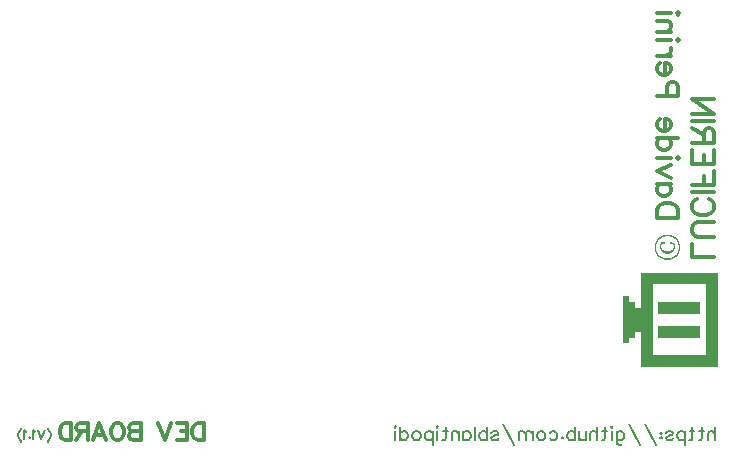
<source format=gbo>
G04 Layer: BottomSilkscreenLayer*
G04 EasyEDA v6.5.9, 2022-07-22 15:44:18*
G04 5ff184f8cbf64bab9cd3d91aa24c5a25,4245c91a3b6e4cf7aa995480f5c7e4a3,10*
G04 Gerber Generator version 0.2*
G04 Scale: 100 percent, Rotated: No, Reflected: No *
G04 Dimensions in millimeters *
G04 leading zeros omitted , absolute positions ,4 integer and 5 decimal *
%FSLAX45Y45*%
%MOMM*%

%ADD10C,0.3500*%
%ADD11C,0.2032*%
%ADD12C,0.1540*%
%ADD13C,0.3000*%

%LPD*%
G36*
X5364581Y12514478D02*
G01*
X5364581Y12414504D01*
X5914593Y12414504D01*
X5914593Y11814505D01*
X5464606Y11814505D01*
X5464606Y12414504D01*
X5364581Y12414504D01*
X5364581Y12214504D01*
X5314594Y12214504D01*
X5314594Y12264491D01*
X5264607Y12264491D01*
X5264607Y12314478D01*
X5214620Y12314478D01*
X5214620Y11914479D01*
X5264607Y11914479D01*
X5264607Y11964466D01*
X5314594Y11964466D01*
X5314594Y12014454D01*
X5364581Y12014454D01*
X5364581Y11714480D01*
X6014618Y11714480D01*
X6014618Y12514478D01*
G37*
G36*
X5514594Y12264491D02*
G01*
X5514594Y12164466D01*
X5864606Y12164466D01*
X5864606Y12264491D01*
G37*
G36*
X5514594Y12064492D02*
G01*
X5514594Y11964466D01*
X5864606Y11964466D01*
X5864606Y12064492D01*
G37*
G36*
X5590997Y12835940D02*
G01*
X5583936Y12835737D01*
X5577078Y12835229D01*
X5570423Y12834366D01*
X5563971Y12833146D01*
X5557774Y12831622D01*
X5551779Y12829743D01*
X5545988Y12827609D01*
X5540451Y12825171D01*
X5535168Y12822428D01*
X5530088Y12819430D01*
X5525262Y12816128D01*
X5520639Y12812623D01*
X5516321Y12808864D01*
X5512206Y12804851D01*
X5508345Y12800634D01*
X5504789Y12796164D01*
X5501487Y12791541D01*
X5498439Y12786715D01*
X5495645Y12781686D01*
X5493156Y12776454D01*
X5490921Y12771120D01*
X5488990Y12765582D01*
X5487365Y12759944D01*
X5485993Y12754102D01*
X5484926Y12748209D01*
X5484164Y12742164D01*
X5483707Y12736017D01*
X5483555Y12729768D01*
X5494477Y12729768D01*
X5494578Y12735306D01*
X5495036Y12740741D01*
X5495747Y12746075D01*
X5496712Y12751257D01*
X5497931Y12756388D01*
X5499455Y12761366D01*
X5501233Y12766192D01*
X5505500Y12775387D01*
X5510784Y12783972D01*
X5513832Y12788036D01*
X5517032Y12791846D01*
X5520537Y12795504D01*
X5524246Y12798958D01*
X5528157Y12802209D01*
X5532272Y12805257D01*
X5536641Y12808051D01*
X5541213Y12810642D01*
X5545937Y12812979D01*
X5550916Y12815112D01*
X5556097Y12816941D01*
X5561431Y12818516D01*
X5567019Y12819837D01*
X5572709Y12820853D01*
X5578652Y12821615D01*
X5584698Y12822072D01*
X5590997Y12822224D01*
X5597194Y12822072D01*
X5603240Y12821615D01*
X5609132Y12820853D01*
X5614822Y12819837D01*
X5620359Y12818516D01*
X5625693Y12816941D01*
X5630824Y12815112D01*
X5635752Y12812979D01*
X5640476Y12810642D01*
X5644997Y12808051D01*
X5649315Y12805257D01*
X5653430Y12802209D01*
X5657291Y12798958D01*
X5660948Y12795504D01*
X5664403Y12791846D01*
X5667603Y12788036D01*
X5670600Y12783972D01*
X5675833Y12775387D01*
X5678068Y12770866D01*
X5681827Y12761366D01*
X5683300Y12756388D01*
X5684520Y12751257D01*
X5685485Y12746075D01*
X5686196Y12740741D01*
X5686602Y12735306D01*
X5686755Y12729768D01*
X5686602Y12724180D01*
X5686196Y12718745D01*
X5684570Y12708128D01*
X5683351Y12703048D01*
X5681878Y12698069D01*
X5680151Y12693192D01*
X5678170Y12688519D01*
X5675934Y12683947D01*
X5673445Y12679578D01*
X5667756Y12671298D01*
X5664555Y12667437D01*
X5661152Y12663779D01*
X5657494Y12660325D01*
X5653633Y12657074D01*
X5649518Y12654026D01*
X5645200Y12651232D01*
X5640679Y12648641D01*
X5635955Y12646304D01*
X5631027Y12644170D01*
X5625896Y12642342D01*
X5620512Y12640767D01*
X5614974Y12639446D01*
X5609285Y12638430D01*
X5603341Y12637668D01*
X5597245Y12637211D01*
X5590997Y12637058D01*
X5584647Y12637211D01*
X5578500Y12637668D01*
X5572556Y12638430D01*
X5566765Y12639446D01*
X5561177Y12640767D01*
X5555792Y12642342D01*
X5550611Y12644170D01*
X5545632Y12646304D01*
X5540857Y12648641D01*
X5536285Y12651232D01*
X5531967Y12654026D01*
X5527802Y12657074D01*
X5520232Y12663779D01*
X5516778Y12667437D01*
X5513578Y12671298D01*
X5510580Y12675362D01*
X5507837Y12679578D01*
X5505348Y12683947D01*
X5503113Y12688519D01*
X5501132Y12693192D01*
X5499354Y12698069D01*
X5497880Y12703048D01*
X5496661Y12708128D01*
X5495696Y12713411D01*
X5494578Y12724180D01*
X5494477Y12729768D01*
X5483555Y12729768D01*
X5483707Y12723520D01*
X5484164Y12717322D01*
X5484926Y12711277D01*
X5485993Y12705334D01*
X5487365Y12699492D01*
X5488990Y12693802D01*
X5490921Y12688265D01*
X5493156Y12682880D01*
X5495645Y12677698D01*
X5498439Y12672618D01*
X5501487Y12667792D01*
X5504789Y12663119D01*
X5508345Y12658699D01*
X5512206Y12654432D01*
X5516321Y12650419D01*
X5520639Y12646660D01*
X5525262Y12643154D01*
X5530088Y12639852D01*
X5535168Y12636855D01*
X5540451Y12634112D01*
X5545988Y12631674D01*
X5551779Y12629540D01*
X5557774Y12627660D01*
X5563971Y12626136D01*
X5570423Y12624917D01*
X5577078Y12624054D01*
X5583936Y12623495D01*
X5590997Y12623342D01*
X5598007Y12623495D01*
X5604814Y12624054D01*
X5611418Y12624917D01*
X5617819Y12626136D01*
X5624017Y12627660D01*
X5629960Y12629540D01*
X5635701Y12631674D01*
X5641187Y12634112D01*
X5646470Y12636855D01*
X5651449Y12639852D01*
X5656275Y12643154D01*
X5660796Y12646660D01*
X5665114Y12650419D01*
X5669127Y12654432D01*
X5672937Y12658699D01*
X5676493Y12663119D01*
X5679744Y12667792D01*
X5682742Y12672618D01*
X5685485Y12677698D01*
X5687923Y12682880D01*
X5690158Y12688265D01*
X5692038Y12693802D01*
X5693664Y12699492D01*
X5694984Y12705334D01*
X5696051Y12711277D01*
X5696813Y12717322D01*
X5697270Y12723520D01*
X5697423Y12729768D01*
X5697270Y12736017D01*
X5696813Y12742164D01*
X5696051Y12748209D01*
X5694984Y12754102D01*
X5693664Y12759944D01*
X5692038Y12765582D01*
X5690158Y12771120D01*
X5685485Y12781686D01*
X5682742Y12786715D01*
X5679744Y12791541D01*
X5676493Y12796164D01*
X5672937Y12800634D01*
X5669127Y12804851D01*
X5665114Y12808864D01*
X5660796Y12812623D01*
X5656275Y12816128D01*
X5651449Y12819430D01*
X5646470Y12822428D01*
X5641187Y12825171D01*
X5635701Y12827609D01*
X5629960Y12829743D01*
X5624017Y12831622D01*
X5617819Y12833146D01*
X5611418Y12834366D01*
X5604814Y12835229D01*
X5598007Y12835737D01*
G37*
G36*
X5566613Y12771678D02*
G01*
X5537149Y12770916D01*
X5533339Y12762382D01*
X5530748Y12753492D01*
X5529224Y12744246D01*
X5528767Y12734594D01*
X5529021Y12728041D01*
X5529935Y12721793D01*
X5531358Y12715849D01*
X5533288Y12710210D01*
X5535777Y12704927D01*
X5538724Y12700000D01*
X5542178Y12695428D01*
X5546039Y12691262D01*
X5550357Y12687554D01*
X5555081Y12684252D01*
X5560212Y12681407D01*
X5565698Y12679019D01*
X5571540Y12677140D01*
X5577738Y12675768D01*
X5584190Y12674904D01*
X5590997Y12674650D01*
X5597702Y12674955D01*
X5604154Y12675819D01*
X5610352Y12677241D01*
X5616194Y12679172D01*
X5621731Y12681661D01*
X5626912Y12684556D01*
X5631688Y12687960D01*
X5636056Y12691770D01*
X5640019Y12695986D01*
X5643524Y12700558D01*
X5646521Y12705486D01*
X5649061Y12710769D01*
X5651042Y12716306D01*
X5652516Y12722148D01*
X5653430Y12728244D01*
X5653735Y12734594D01*
X5653278Y12744145D01*
X5651855Y12752730D01*
X5649214Y12760858D01*
X5645099Y12769138D01*
X5615635Y12769900D01*
X5615635Y12757962D01*
X5640273Y12753390D01*
X5641695Y12749225D01*
X5642660Y12745110D01*
X5643168Y12741148D01*
X5643321Y12737388D01*
X5642914Y12731648D01*
X5641797Y12726212D01*
X5639968Y12721031D01*
X5637377Y12716256D01*
X5634024Y12711887D01*
X5630011Y12707924D01*
X5625236Y12704470D01*
X5619800Y12701524D01*
X5613603Y12699187D01*
X5606745Y12697409D01*
X5599226Y12696342D01*
X5590997Y12695986D01*
X5582970Y12696342D01*
X5575604Y12697358D01*
X5568899Y12698984D01*
X5562803Y12701219D01*
X5557418Y12704064D01*
X5552744Y12707416D01*
X5548680Y12711277D01*
X5545378Y12715646D01*
X5542788Y12720421D01*
X5540908Y12725603D01*
X5539790Y12731191D01*
X5539435Y12737134D01*
X5539587Y12740944D01*
X5540095Y12745364D01*
X5541111Y12750088D01*
X5542737Y12754914D01*
X5566613Y12759486D01*
G37*
D10*
X5987938Y12644120D02*
G01*
X5797029Y12644120D01*
X5797029Y12644120D02*
G01*
X5797029Y12753210D01*
X5987938Y12813210D02*
G01*
X5851575Y12813210D01*
X5824301Y12822301D01*
X5806119Y12840484D01*
X5797029Y12867756D01*
X5797029Y12885938D01*
X5806119Y12913210D01*
X5824301Y12931391D01*
X5851575Y12940484D01*
X5987938Y12940484D01*
X5942482Y13136846D02*
G01*
X5960666Y13127756D01*
X5978847Y13109575D01*
X5987938Y13091393D01*
X5987938Y13055028D01*
X5978847Y13036847D01*
X5960666Y13018665D01*
X5942482Y13009575D01*
X5915210Y13000484D01*
X5869757Y13000484D01*
X5842482Y13009575D01*
X5824301Y13018665D01*
X5806119Y13036847D01*
X5797029Y13055028D01*
X5797029Y13091393D01*
X5806119Y13109575D01*
X5824301Y13127756D01*
X5842482Y13136846D01*
X5987938Y13196846D02*
G01*
X5797029Y13196846D01*
X5987938Y13256846D02*
G01*
X5797029Y13256846D01*
X5987938Y13256846D02*
G01*
X5987938Y13375027D01*
X5897029Y13256846D02*
G01*
X5897029Y13329574D01*
X5987938Y13435030D02*
G01*
X5797029Y13435030D01*
X5987938Y13435030D02*
G01*
X5987938Y13553211D01*
X5897029Y13435030D02*
G01*
X5897029Y13507755D01*
X5797029Y13435030D02*
G01*
X5797029Y13553211D01*
X5987938Y13613211D02*
G01*
X5797029Y13613211D01*
X5987938Y13613211D02*
G01*
X5987938Y13695029D01*
X5978847Y13722301D01*
X5969756Y13731392D01*
X5951575Y13740483D01*
X5933391Y13740483D01*
X5915210Y13731392D01*
X5906119Y13722301D01*
X5897029Y13695029D01*
X5897029Y13613211D01*
X5897029Y13676848D02*
G01*
X5797029Y13740483D01*
X5987938Y13800482D02*
G01*
X5797029Y13800482D01*
X5987938Y13860482D02*
G01*
X5797029Y13860482D01*
X5987938Y13860482D02*
G01*
X5797029Y13987757D01*
X5987938Y13987757D02*
G01*
X5797029Y13987757D01*
X1663700Y11238463D02*
G01*
X1663700Y11095281D01*
X1663700Y11238463D02*
G01*
X1615973Y11238463D01*
X1595518Y11231646D01*
X1581881Y11218009D01*
X1575064Y11204371D01*
X1568244Y11183917D01*
X1568244Y11149827D01*
X1575064Y11129373D01*
X1581881Y11115735D01*
X1595518Y11102101D01*
X1615973Y11095281D01*
X1663700Y11095281D01*
X1523245Y11238463D02*
G01*
X1523245Y11095281D01*
X1523245Y11238463D02*
G01*
X1434609Y11238463D01*
X1523245Y11170282D02*
G01*
X1468699Y11170282D01*
X1523245Y11095281D02*
G01*
X1434609Y11095281D01*
X1389608Y11238463D02*
G01*
X1335064Y11095281D01*
X1280518Y11238463D02*
G01*
X1335064Y11095281D01*
X1130518Y11238463D02*
G01*
X1130518Y11095281D01*
X1130518Y11238463D02*
G01*
X1069154Y11238463D01*
X1048699Y11231646D01*
X1041882Y11224826D01*
X1035062Y11211191D01*
X1035062Y11197554D01*
X1041882Y11183917D01*
X1048699Y11177099D01*
X1069154Y11170282D01*
X1130518Y11170282D02*
G01*
X1069154Y11170282D01*
X1048699Y11163462D01*
X1041882Y11156645D01*
X1035062Y11143007D01*
X1035062Y11122553D01*
X1041882Y11108918D01*
X1048699Y11102101D01*
X1069154Y11095281D01*
X1130518Y11095281D01*
X949154Y11238463D02*
G01*
X962792Y11231646D01*
X976426Y11218009D01*
X983246Y11204371D01*
X990064Y11183917D01*
X990064Y11149827D01*
X983246Y11129373D01*
X976426Y11115735D01*
X962792Y11102101D01*
X949154Y11095281D01*
X921882Y11095281D01*
X908245Y11102101D01*
X894608Y11115735D01*
X887790Y11129373D01*
X880973Y11149827D01*
X880973Y11183917D01*
X887790Y11204371D01*
X894608Y11218009D01*
X908245Y11231646D01*
X921882Y11238463D01*
X949154Y11238463D01*
X781428Y11238463D02*
G01*
X835972Y11095281D01*
X781428Y11238463D02*
G01*
X726881Y11095281D01*
X815517Y11143007D02*
G01*
X747336Y11143007D01*
X681880Y11238463D02*
G01*
X681880Y11095281D01*
X681880Y11238463D02*
G01*
X620516Y11238463D01*
X600064Y11231646D01*
X593244Y11224826D01*
X586427Y11211191D01*
X586427Y11197554D01*
X593244Y11183917D01*
X600064Y11177099D01*
X620516Y11170282D01*
X681880Y11170282D01*
X634154Y11170282D02*
G01*
X586427Y11095281D01*
X541426Y11238463D02*
G01*
X541426Y11095281D01*
X541426Y11238463D02*
G01*
X493699Y11238463D01*
X473245Y11231646D01*
X459607Y11218009D01*
X452790Y11204371D01*
X445973Y11183917D01*
X445973Y11149827D01*
X452790Y11129373D01*
X459607Y11115735D01*
X473245Y11102101D01*
X493699Y11095281D01*
X541426Y11095281D01*
D11*
X5994400Y11208191D02*
G01*
X5994400Y11093645D01*
X5994400Y11148192D02*
G01*
X5978037Y11164554D01*
X5967128Y11170008D01*
X5950762Y11170008D01*
X5939853Y11164554D01*
X5934400Y11148192D01*
X5934400Y11093645D01*
X5882035Y11208191D02*
G01*
X5882035Y11115464D01*
X5876582Y11099098D01*
X5865672Y11093645D01*
X5854763Y11093645D01*
X5898400Y11170008D02*
G01*
X5860219Y11170008D01*
X5802398Y11208191D02*
G01*
X5802398Y11115464D01*
X5796945Y11099098D01*
X5786036Y11093645D01*
X5775126Y11093645D01*
X5818764Y11170008D02*
G01*
X5780582Y11170008D01*
X5739127Y11170008D02*
G01*
X5739127Y11055464D01*
X5739127Y11153645D02*
G01*
X5728218Y11164554D01*
X5717308Y11170008D01*
X5700946Y11170008D01*
X5690036Y11164554D01*
X5679127Y11153645D01*
X5673671Y11137282D01*
X5673671Y11126373D01*
X5679127Y11110008D01*
X5690036Y11099098D01*
X5700946Y11093645D01*
X5717308Y11093645D01*
X5728218Y11099098D01*
X5739127Y11110008D01*
X5577672Y11153645D02*
G01*
X5583128Y11164554D01*
X5599490Y11170008D01*
X5615853Y11170008D01*
X5632218Y11164554D01*
X5637672Y11153645D01*
X5632218Y11142736D01*
X5621309Y11137282D01*
X5594037Y11131826D01*
X5583128Y11126373D01*
X5577672Y11115464D01*
X5577672Y11110008D01*
X5583128Y11099098D01*
X5599490Y11093645D01*
X5615853Y11093645D01*
X5632218Y11099098D01*
X5637672Y11110008D01*
X5536217Y11159098D02*
G01*
X5541672Y11153645D01*
X5536217Y11148192D01*
X5530763Y11153645D01*
X5536217Y11159098D01*
X5536217Y11120917D02*
G01*
X5541672Y11115464D01*
X5536217Y11110008D01*
X5530763Y11115464D01*
X5536217Y11120917D01*
X5396583Y11230008D02*
G01*
X5494764Y11055464D01*
X5262399Y11230008D02*
G01*
X5360581Y11055464D01*
X5160944Y11170008D02*
G01*
X5160944Y11082736D01*
X5166400Y11066373D01*
X5171854Y11060917D01*
X5182763Y11055464D01*
X5199128Y11055464D01*
X5210035Y11060917D01*
X5160944Y11153645D02*
G01*
X5171854Y11164554D01*
X5182763Y11170008D01*
X5199128Y11170008D01*
X5210035Y11164554D01*
X5220944Y11153645D01*
X5226400Y11137282D01*
X5226400Y11126373D01*
X5220944Y11110008D01*
X5210035Y11099098D01*
X5199128Y11093645D01*
X5182763Y11093645D01*
X5171854Y11099098D01*
X5160944Y11110008D01*
X5124945Y11208191D02*
G01*
X5119491Y11202736D01*
X5114036Y11208191D01*
X5119491Y11213645D01*
X5124945Y11208191D01*
X5119491Y11170008D02*
G01*
X5119491Y11093645D01*
X5061673Y11208191D02*
G01*
X5061673Y11115464D01*
X5056217Y11099098D01*
X5045308Y11093645D01*
X5034399Y11093645D01*
X5078036Y11170008D02*
G01*
X5039855Y11170008D01*
X4998399Y11208191D02*
G01*
X4998399Y11093645D01*
X4998399Y11148192D02*
G01*
X4982037Y11164554D01*
X4971127Y11170008D01*
X4954762Y11170008D01*
X4943853Y11164554D01*
X4938400Y11148192D01*
X4938400Y11093645D01*
X4902400Y11170008D02*
G01*
X4902400Y11115464D01*
X4896944Y11099098D01*
X4886035Y11093645D01*
X4869672Y11093645D01*
X4858763Y11099098D01*
X4842400Y11115464D01*
X4842400Y11170008D02*
G01*
X4842400Y11093645D01*
X4806398Y11208191D02*
G01*
X4806398Y11093645D01*
X4806398Y11153645D02*
G01*
X4795492Y11164554D01*
X4784582Y11170008D01*
X4768217Y11170008D01*
X4757308Y11164554D01*
X4746398Y11153645D01*
X4740945Y11137282D01*
X4740945Y11126373D01*
X4746398Y11110008D01*
X4757308Y11099098D01*
X4768217Y11093645D01*
X4784582Y11093645D01*
X4795492Y11099098D01*
X4806398Y11110008D01*
X4699490Y11120917D02*
G01*
X4704946Y11115464D01*
X4699490Y11110008D01*
X4694036Y11115464D01*
X4699490Y11120917D01*
X4592581Y11153645D02*
G01*
X4603490Y11164554D01*
X4614400Y11170008D01*
X4630762Y11170008D01*
X4641672Y11164554D01*
X4652581Y11153645D01*
X4658037Y11137282D01*
X4658037Y11126373D01*
X4652581Y11110008D01*
X4641672Y11099098D01*
X4630762Y11093645D01*
X4614400Y11093645D01*
X4603490Y11099098D01*
X4592581Y11110008D01*
X4529310Y11170008D02*
G01*
X4540216Y11164554D01*
X4551126Y11153645D01*
X4556582Y11137282D01*
X4556582Y11126373D01*
X4551126Y11110008D01*
X4540216Y11099098D01*
X4529310Y11093645D01*
X4512945Y11093645D01*
X4502035Y11099098D01*
X4491126Y11110008D01*
X4485673Y11126373D01*
X4485673Y11137282D01*
X4491126Y11153645D01*
X4502035Y11164554D01*
X4512945Y11170008D01*
X4529310Y11170008D01*
X4449673Y11170008D02*
G01*
X4449673Y11093645D01*
X4449673Y11148192D02*
G01*
X4433308Y11164554D01*
X4422399Y11170008D01*
X4406036Y11170008D01*
X4395127Y11164554D01*
X4389673Y11148192D01*
X4389673Y11093645D01*
X4389673Y11148192D02*
G01*
X4373308Y11164554D01*
X4362399Y11170008D01*
X4346036Y11170008D01*
X4335127Y11164554D01*
X4329673Y11148192D01*
X4329673Y11093645D01*
X4195490Y11230008D02*
G01*
X4293671Y11055464D01*
X4099491Y11153645D02*
G01*
X4104944Y11164554D01*
X4121310Y11170008D01*
X4137672Y11170008D01*
X4154035Y11164554D01*
X4159491Y11153645D01*
X4154035Y11142736D01*
X4143126Y11137282D01*
X4115854Y11131826D01*
X4104944Y11126373D01*
X4099491Y11115464D01*
X4099491Y11110008D01*
X4104944Y11099098D01*
X4121310Y11093645D01*
X4137672Y11093645D01*
X4154035Y11099098D01*
X4159491Y11110008D01*
X4063491Y11208191D02*
G01*
X4063491Y11093645D01*
X4063491Y11153645D02*
G01*
X4052582Y11164554D01*
X4041673Y11170008D01*
X4025308Y11170008D01*
X4014398Y11164554D01*
X4003492Y11153645D01*
X3998036Y11137282D01*
X3998036Y11126373D01*
X4003492Y11110008D01*
X4014398Y11099098D01*
X4025308Y11093645D01*
X4041673Y11093645D01*
X4052582Y11099098D01*
X4063491Y11110008D01*
X3962036Y11208191D02*
G01*
X3962036Y11093645D01*
X3860581Y11170008D02*
G01*
X3860581Y11093645D01*
X3860581Y11153645D02*
G01*
X3871490Y11164554D01*
X3882400Y11170008D01*
X3898762Y11170008D01*
X3909672Y11164554D01*
X3920581Y11153645D01*
X3926037Y11137282D01*
X3926037Y11126373D01*
X3920581Y11110008D01*
X3909672Y11099098D01*
X3898762Y11093645D01*
X3882400Y11093645D01*
X3871490Y11099098D01*
X3860581Y11110008D01*
X3824582Y11170008D02*
G01*
X3824582Y11093645D01*
X3824582Y11148192D02*
G01*
X3808216Y11164554D01*
X3797310Y11170008D01*
X3780944Y11170008D01*
X3770035Y11164554D01*
X3764582Y11148192D01*
X3764582Y11093645D01*
X3712217Y11208191D02*
G01*
X3712217Y11115464D01*
X3706764Y11099098D01*
X3695854Y11093645D01*
X3684945Y11093645D01*
X3728582Y11170008D02*
G01*
X3690399Y11170008D01*
X3648946Y11208191D02*
G01*
X3643490Y11202736D01*
X3638036Y11208191D01*
X3643490Y11213645D01*
X3648946Y11208191D01*
X3643490Y11170008D02*
G01*
X3643490Y11093645D01*
X3602037Y11170008D02*
G01*
X3602037Y11055464D01*
X3602037Y11153645D02*
G01*
X3591128Y11164554D01*
X3580218Y11170008D01*
X3563853Y11170008D01*
X3552944Y11164554D01*
X3542037Y11153645D01*
X3536581Y11137282D01*
X3536581Y11126373D01*
X3542037Y11110008D01*
X3552944Y11099098D01*
X3563853Y11093645D01*
X3580218Y11093645D01*
X3591128Y11099098D01*
X3602037Y11110008D01*
X3473310Y11170008D02*
G01*
X3484217Y11164554D01*
X3495126Y11153645D01*
X3500582Y11137282D01*
X3500582Y11126373D01*
X3495126Y11110008D01*
X3484217Y11099098D01*
X3473310Y11093645D01*
X3456945Y11093645D01*
X3446035Y11099098D01*
X3435126Y11110008D01*
X3429673Y11126373D01*
X3429673Y11137282D01*
X3435126Y11153645D01*
X3446035Y11164554D01*
X3456945Y11170008D01*
X3473310Y11170008D01*
X3328217Y11208191D02*
G01*
X3328217Y11093645D01*
X3328217Y11153645D02*
G01*
X3339127Y11164554D01*
X3350036Y11170008D01*
X3366399Y11170008D01*
X3377308Y11164554D01*
X3388217Y11153645D01*
X3393673Y11137282D01*
X3393673Y11126373D01*
X3388217Y11110008D01*
X3377308Y11099098D01*
X3366399Y11093645D01*
X3350036Y11093645D01*
X3339127Y11099098D01*
X3328217Y11110008D01*
X3292218Y11208191D02*
G01*
X3286762Y11202736D01*
X3281309Y11208191D01*
X3286762Y11213645D01*
X3292218Y11208191D01*
X3286762Y11170008D02*
G01*
X3286762Y11093645D01*
D12*
X342846Y11195072D02*
G01*
X350118Y11187799D01*
X357390Y11176891D01*
X364662Y11162344D01*
X368300Y11144163D01*
X368300Y11129617D01*
X364662Y11111435D01*
X357390Y11096891D01*
X350118Y11085982D01*
X342846Y11078710D01*
X318846Y11180526D02*
G01*
X289755Y11104163D01*
X260664Y11180526D02*
G01*
X289755Y11104163D01*
X236664Y11165982D02*
G01*
X229389Y11169616D01*
X218483Y11180526D01*
X218483Y11104163D01*
X190845Y11122345D02*
G01*
X194482Y11118710D01*
X190845Y11115073D01*
X187210Y11118710D01*
X190845Y11122345D01*
X163210Y11165982D02*
G01*
X155935Y11169616D01*
X145028Y11180526D01*
X145028Y11104163D01*
X121028Y11195072D02*
G01*
X113753Y11187799D01*
X106481Y11176891D01*
X99209Y11162344D01*
X95572Y11144163D01*
X95572Y11129617D01*
X99209Y11111435D01*
X106481Y11096891D01*
X113753Y11085982D01*
X121028Y11078710D01*
D13*
X5681583Y12980809D02*
G01*
X5500220Y12980809D01*
X5681583Y12980809D02*
G01*
X5681583Y13041264D01*
X5672947Y13067172D01*
X5655675Y13084446D01*
X5638401Y13093082D01*
X5612493Y13101718D01*
X5569310Y13101718D01*
X5543402Y13093082D01*
X5526130Y13084446D01*
X5508856Y13067172D01*
X5500220Y13041264D01*
X5500220Y12980809D01*
X5621129Y13262355D02*
G01*
X5500220Y13262355D01*
X5595221Y13262355D02*
G01*
X5612493Y13245081D01*
X5621129Y13227809D01*
X5621129Y13201901D01*
X5612493Y13184626D01*
X5595221Y13167354D01*
X5569310Y13158718D01*
X5552038Y13158718D01*
X5526130Y13167354D01*
X5508856Y13184626D01*
X5500220Y13201901D01*
X5500220Y13227809D01*
X5508856Y13245081D01*
X5526130Y13262355D01*
X5621129Y13319356D02*
G01*
X5500220Y13371172D01*
X5621129Y13422990D02*
G01*
X5500220Y13371172D01*
X5681583Y13479990D02*
G01*
X5672947Y13488626D01*
X5681583Y13497265D01*
X5690219Y13488626D01*
X5681583Y13479990D01*
X5621129Y13488626D02*
G01*
X5500220Y13488626D01*
X5681583Y13657900D02*
G01*
X5500220Y13657900D01*
X5595221Y13657900D02*
G01*
X5612493Y13640628D01*
X5621129Y13623356D01*
X5621129Y13597445D01*
X5612493Y13580173D01*
X5595221Y13562901D01*
X5569310Y13554265D01*
X5552038Y13554265D01*
X5526130Y13562901D01*
X5508856Y13580173D01*
X5500220Y13597445D01*
X5500220Y13623356D01*
X5508856Y13640628D01*
X5526130Y13657900D01*
X5569310Y13714900D02*
G01*
X5569310Y13818537D01*
X5586585Y13818537D01*
X5603857Y13809901D01*
X5612493Y13801265D01*
X5621129Y13783990D01*
X5621129Y13758082D01*
X5612493Y13740810D01*
X5595221Y13723536D01*
X5569310Y13714900D01*
X5552038Y13714900D01*
X5526130Y13723536D01*
X5508856Y13740810D01*
X5500220Y13758082D01*
X5500220Y13783990D01*
X5508856Y13801265D01*
X5526130Y13818537D01*
X5681583Y14008536D02*
G01*
X5500220Y14008536D01*
X5681583Y14008536D02*
G01*
X5681583Y14086263D01*
X5672947Y14112173D01*
X5664311Y14120809D01*
X5647039Y14129445D01*
X5621129Y14129445D01*
X5603857Y14120809D01*
X5595221Y14112173D01*
X5586585Y14086263D01*
X5586585Y14008536D01*
X5569310Y14186446D02*
G01*
X5569310Y14290083D01*
X5586585Y14290083D01*
X5603857Y14281447D01*
X5612493Y14272808D01*
X5621129Y14255536D01*
X5621129Y14229628D01*
X5612493Y14212354D01*
X5595221Y14195082D01*
X5569310Y14186446D01*
X5552038Y14186446D01*
X5526130Y14195082D01*
X5508856Y14212354D01*
X5500220Y14229628D01*
X5500220Y14255536D01*
X5508856Y14272808D01*
X5526130Y14290083D01*
X5621129Y14347083D02*
G01*
X5500220Y14347083D01*
X5569310Y14347083D02*
G01*
X5595221Y14355719D01*
X5612493Y14372991D01*
X5621129Y14390263D01*
X5621129Y14416173D01*
X5681583Y14473174D02*
G01*
X5672947Y14481810D01*
X5681583Y14490445D01*
X5690219Y14481810D01*
X5681583Y14473174D01*
X5621129Y14481810D02*
G01*
X5500220Y14481810D01*
X5621129Y14547446D02*
G01*
X5500220Y14547446D01*
X5586585Y14547446D02*
G01*
X5612493Y14573354D01*
X5621129Y14590628D01*
X5621129Y14616536D01*
X5612493Y14633808D01*
X5586585Y14642447D01*
X5500220Y14642447D01*
X5681583Y14699444D02*
G01*
X5672947Y14708083D01*
X5681583Y14716719D01*
X5690219Y14708083D01*
X5681583Y14699444D01*
X5621129Y14708083D02*
G01*
X5500220Y14708083D01*
M02*

</source>
